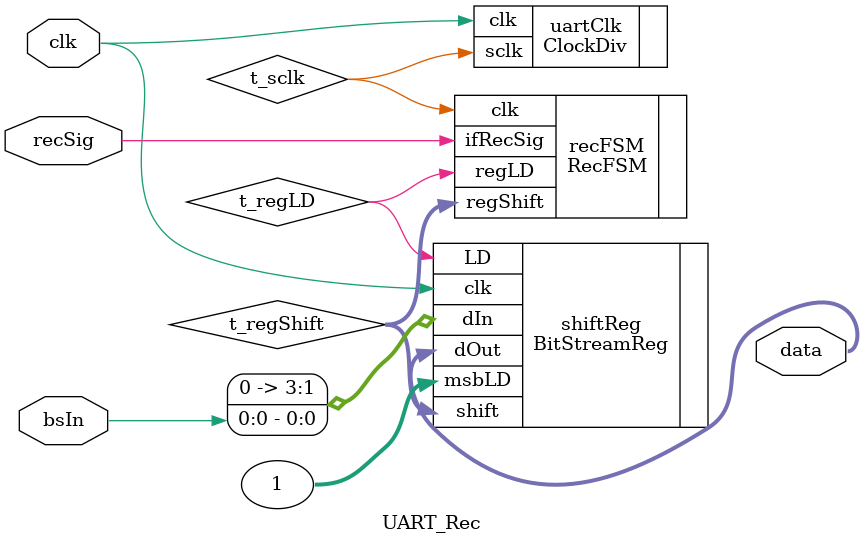
<source format=sv>
`timescale 1ns / 1ps

/* File: UART_Rec.sv
 * Init: 11/16/2018 08:50:37 PM
 * Author: Alex Goldstein
 * Description: Receives bitstream from a UART_Trans, assembles bs into a single register.
 *     1. recSig indicates that Trans is about to send
 *     2. Three sclk cycles later, receives the first bit of bs
 *        NOTE: RecFSM requires 3 cycles to begin accepting bits. Therefore, Trans must delay its bs sending by 3 cycles.
 */

// packetSize: # bits in bitstream
// cycleDiv: sclk = (1/100)clk
module UART_Rec #(parameter packetSize=4, cycleDiv=100)(
    input clk, bsIn, recSig,
    output [packetSize-1:0] data
    );

// Interconnects
logic t_sclk;
logic t_regLD;
logic [1:0] t_regShift;

// Modules
ClockDiv #(cycleDiv) uartClk(.clk(clk), .sclk(t_sclk));
RecFSM #(packetSize) recFSM(.clk(t_sclk), .ifRecSig(recSig), .regShift(t_regShift), .regLD(t_regLD) );
BitStreamReg #(packetSize, cycleDiv) shiftReg(.clk(clk), .dIn( { {packetSize-1{1'b0} }, bsIn}), .LD(t_regLD), .msbLD(1), .shift(t_regShift), .dOut(data));

endmodule

</source>
